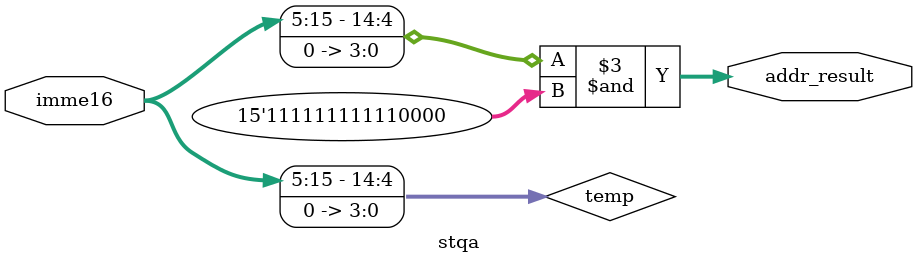
<source format=v>
module stqa(
  input [0:15] imme16,

  output reg [0:14] addr_result
);
wire [0:14] temp;
assign temp = imme16[1:15] << 4;
always @(*) begin
  addr_result = temp & 15'h7FF0;
end

endmodule
</source>
